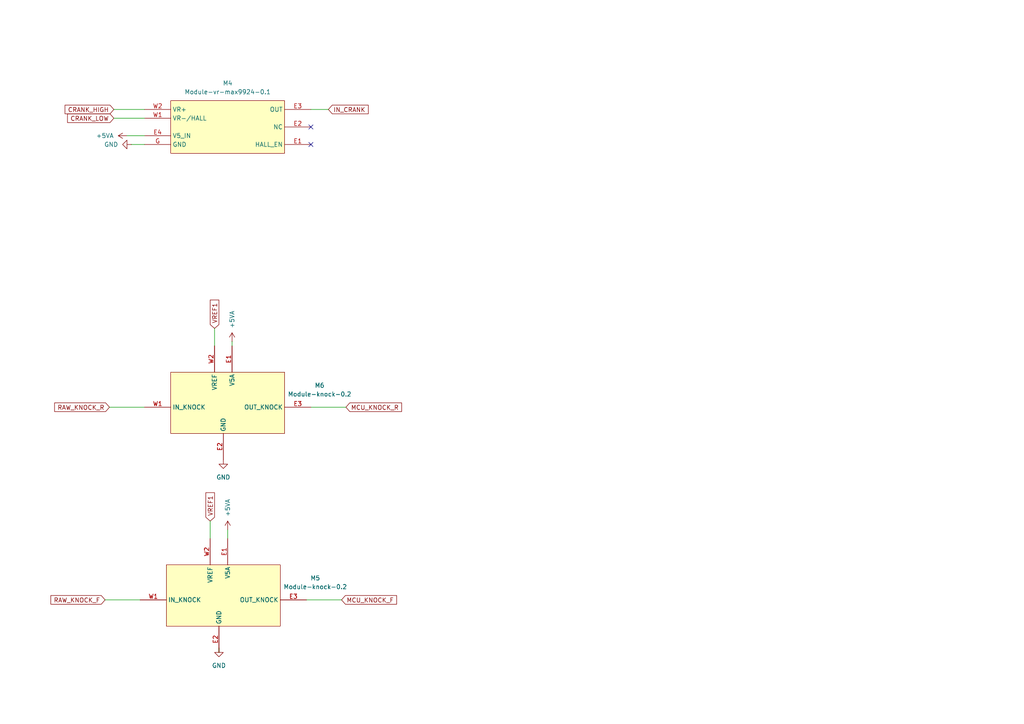
<source format=kicad_sch>
(kicad_sch (version 20231120) (generator "eeschema") (generator_version "8.0")
  (paper "A4")
  (lib_symbols
    (symbol "knock:Module-knock-0.2"
      (property "Reference" "M" (at 0 0 0))
      (property "Value" "Module-knock-0.2" (at 27.94 4.064 0))
      (symbol "Module-knock-0.2_1_0"
        (rectangle (start 33.02 0) (end 0 -17.78) (fill (type background)))
        (pin passive line (at 17.78 7.62 270) (length 7.62) (name "V5A") (number "E1"))
        (pin passive line (at 15.24 -25.4 90) (length 7.62) (name "GND") (number "E2"))
        (pin passive line (at 40.64 -10.16 180) (length 7.62) (name "OUT_KNOCK") (number "E3"))
        (pin passive line (at -7.62 -10.16 0) (length 7.62) (name "IN_KNOCK") (number "W1"))
        (pin passive line (at 12.7 7.62 270) (length 7.62) (name "VREF") (number "W2"))
      )
    )
    (symbol "power:+5VA" (power) (pin_numbers hide) (pin_names (offset 0) hide)
      (property "Value" "+5VA" (at 0 3.556 0))
      (symbol "+5VA_0_1"
        (polyline (pts (xy -0.762 1.27) (xy 0 2.54)))
        (polyline (pts (xy 0 0) (xy 0 2.54)))
        (polyline (pts (xy 0 2.54) (xy 0.762 1.27)))
      )
      (symbol "+5VA_1_1"
        (pin power_in line (at 0 0 90) (length 0) (name "~") (number "1"))
      )
    )
    (symbol "power:GND" (power) (pin_numbers hide) (pin_names (offset 0) hide)
      (property "Value" "GND" (at 0 -3.81 0))
      (symbol "GND_0_1"
        (polyline (pts (xy 0 0) (xy 0 -1.27) (xy 1.27 -1.27) (xy 0 -2.54) (xy -1.27 -1.27) (xy 0 -1.27)))
      )
      (symbol "GND_1_1"
        (pin power_in line (at 0 0 270) (length 0) (name "~") (number "1"))
      )
    )
    (symbol "vr-max9924:Module-vr-max9924-0.1"
      (property "Reference" "M" (at 1.27 1.27 0))
      (property "Value" "Module-vr-max9924-0.1" (at 16.51 -16.51 0))
      (symbol "Module-vr-max9924-0.1_1_0"
        (rectangle (start 0 0) (end 33.02 -15.24) (fill (type background)))
        (pin passive line (at 40.64 -12.7 180) (length 7.62) (name "HALL_EN") (number "E1"))
        (pin passive line (at 40.64 -7.62 180) (length 7.62) (name "NC") (number "E2"))
        (pin passive line (at 40.64 -2.54 180) (length 7.62) (name "OUT") (number "E3"))
        (pin passive line (at -7.62 -10.16 0) (length 7.62) (name "V5_IN") (number "E4"))
        (pin passive line (at -7.62 -12.7 0) (length 7.62) (name "GND") (number "G"))
        (pin passive line (at -7.62 -5.08 0) (length 7.62) (name "VR-/HALL") (number "W1"))
        (pin passive line (at -7.62 -2.54 0) (length 7.62) (name "VR+") (number "W2"))
      )
    )
  )
  (no_connect (at 90.17 36.83))
  (no_connect (at 90.17 41.91))
  (wire (pts (xy 36.83 39.37) (xy 41.91 39.37)))
  (wire (pts (xy 90.17 118.11) (xy 100.33 118.11)))
  (wire (pts (xy 90.17 31.75) (xy 95.25 31.75)))
  (wire (pts (xy 60.96 151.13) (xy 60.96 156.21)))
  (wire (pts (xy 41.91 118.11) (xy 31.75 118.11)))
  (wire (pts (xy 33.02 31.75) (xy 41.91 31.75)))
  (wire (pts (xy 38.1 41.91) (xy 41.91 41.91)))
  (wire (pts (xy 40.64 173.99) (xy 30.48 173.99)))
  (wire (pts (xy 63.5 189.23) (xy 63.5 187.96)))
  (wire (pts (xy 67.31 100.33) (xy 67.31 99.06)))
  (wire (pts (xy 33.02 34.29) (xy 41.91 34.29)))
  (wire (pts (xy 62.23 95.25) (xy 62.23 100.33)))
  (wire (pts (xy 88.9 173.99) (xy 99.06 173.99)))
  (wire (pts (xy 66.04 156.21) (xy 66.04 153.67)))
  (global_label "CRANK_LOW" (shape input) (at 33.02 34.29 180) (property "Intersheetrefs" "${INTERSHEET_REFS}" (effects (hide yes))))
  (global_label "RAW_KNOCK_R" (shape input) (at 31.75 118.11 180) (property "Intersheetrefs" "${INTERSHEET_REFS}" (effects (hide yes))))
  (global_label "MCU_KNOCK_R" (shape input) (at 100.33 118.11 0) (property "Intersheetrefs" "${INTERSHEET_REFS}" (effects (hide yes))))
  (global_label "RAW_KNOCK_F" (shape input) (at 30.48 173.99 180) (property "Intersheetrefs" "${INTERSHEET_REFS}" (effects (hide yes))))
  (global_label "VREF1" (shape input) (at 62.23 95.25 90) (property "Intersheetrefs" "${INTERSHEET_REFS}" (effects (hide yes))))
  (global_label "VREF1" (shape input) (at 60.96 151.13 90) (property "Intersheetrefs" "${INTERSHEET_REFS}" (effects (hide yes))))
  (global_label "MCU_KNOCK_F" (shape input) (at 99.06 173.99 0) (property "Intersheetrefs" "${INTERSHEET_REFS}" (effects (hide yes))))
  (global_label "IN_CRANK" (shape input) (at 95.25 31.75 0) (property "Intersheetrefs" "${INTERSHEET_REFS}" (effects (hide yes))))
  (global_label "CRANK_HIGH" (shape input) (at 33.02 31.75 180) (property "Intersheetrefs" "${INTERSHEET_REFS}" (effects (hide yes))))
  (symbol (lib_id "power:+5VA") (at 36.83 39.37 90) (unit 1)
    (property "Reference" "#PWR063" (effects (hide yes)))
    (property "Value" "+5VA" (at 33.02 39.3701 90) (effects (justify left)))
    (property "Description" "Power symbol creates a global label with name \"+5VA\"" (effects (hide yes)))
  )
  (symbol (lib_id "power:+5VA") (at 67.31 99.06 0) (unit 1)
    (property "Reference" "#PWR061" (effects (hide yes)))
    (property "Value" "+5VA" (at 67.3099 95.25 90) (effects (justify left)))
    (property "Description" "Power symbol creates a global label with name \"+5VA\"" (effects (hide yes)))
  )
  (symbol (lib_id "knock:Module-knock-0.2") (at 48.26 163.83 0) (unit 1)
    (property "Reference" "M5" (at 91.44 167.6714 0))
    (property "Value" "Module-knock-0.2" (at 91.44 170.2114 0))
    (property "Footprint" "hellen_knock:knock" (effects (hide yes)))
    (property "Description" "Hellen-One Knock Pre-amplifier Module" (effects (hide yes)))
  )
  (symbol (lib_id "vr-max9924:Module-vr-max9924-0.1") (at 49.53 29.21 0) (unit 1)
    (property "Reference" "M4" (at 66.04 24.13 0))
    (property "Value" "Module-vr-max9924-0.1" (at 66.04 26.67 0))
    (property "Footprint" "0.3:vr-max9924" (effects (hide yes)))
  )
  (symbol (lib_id "knock:Module-knock-0.2") (at 49.53 107.95 0) (unit 1)
    (property "Reference" "M6" (at 92.71 111.7914 0))
    (property "Value" "Module-knock-0.2" (at 92.71 114.3314 0))
    (property "Footprint" "hellen_knock:knock" (effects (hide yes)))
    (property "Description" "Hellen-One Knock Pre-amplifier Module" (effects (hide yes)))
  )
  (symbol (lib_id "power:GND") (at 64.77 133.35 0) (unit 1)
    (property "Reference" "#PWR046" (effects (hide yes)))
    (property "Value" "GND" (at 64.77 138.43 0))
    (property "Description" "Power symbol creates a global label with name \"GND\" , ground" (effects (hide yes)))
  )
  (symbol (lib_id "power:GND") (at 38.1 41.91 270) (unit 1)
    (property "Reference" "#PWR023" (effects (hide yes)))
    (property "Value" "GND" (at 34.29 41.9099 90) (effects (justify right)))
    (property "Description" "Power symbol creates a global label with name \"GND\" , ground" (effects (hide yes)))
  )
  (symbol (lib_id "power:GND") (at 63.5 187.96 0) (unit 1)
    (property "Reference" "#PWR021" (effects (hide yes)))
    (property "Value" "GND" (at 63.5 193.04 0))
    (property "Description" "Power symbol creates a global label with name \"GND\" , ground" (effects (hide yes)))
  )
  (symbol (lib_id "power:+5VA") (at 66.04 153.67 0) (unit 1)
    (property "Reference" "#PWR062" (effects (hide yes)))
    (property "Value" "+5VA" (at 66.0399 149.86 90) (effects (justify left)))
    (property "Description" "Power symbol creates a global label with name \"+5VA\"" (effects (hide yes)))
  )
)
</source>
